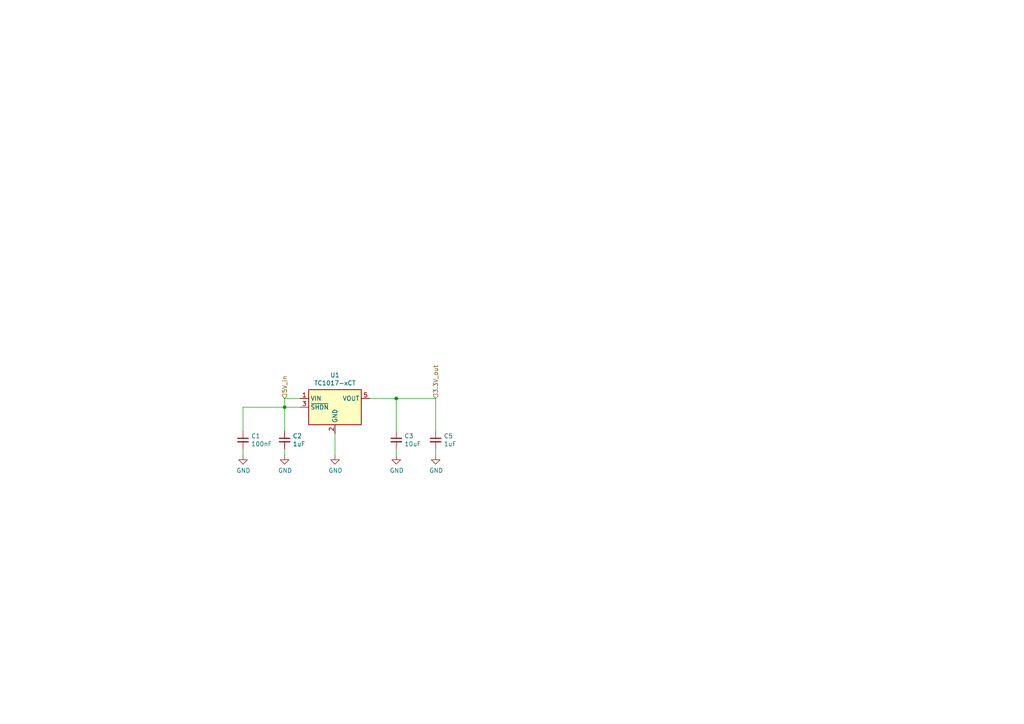
<source format=kicad_sch>
(kicad_sch (version 20211123) (generator eeschema)

  (uuid 97fe9c60-586f-4895-8504-4d3729f5f81a)

  (paper "A4")

  (lib_symbols
    (symbol "Device:C_Small" (pin_numbers hide) (pin_names (offset 0.254) hide) (in_bom yes) (on_board yes)
      (property "Reference" "C" (id 0) (at 0.254 1.778 0)
        (effects (font (size 1.27 1.27)) (justify left))
      )
      (property "Value" "C_Small" (id 1) (at 0.254 -2.032 0)
        (effects (font (size 1.27 1.27)) (justify left))
      )
      (property "Footprint" "" (id 2) (at 0 0 0)
        (effects (font (size 1.27 1.27)) hide)
      )
      (property "Datasheet" "~" (id 3) (at 0 0 0)
        (effects (font (size 1.27 1.27)) hide)
      )
      (property "ki_keywords" "capacitor cap" (id 4) (at 0 0 0)
        (effects (font (size 1.27 1.27)) hide)
      )
      (property "ki_description" "Unpolarized capacitor, small symbol" (id 5) (at 0 0 0)
        (effects (font (size 1.27 1.27)) hide)
      )
      (property "ki_fp_filters" "C_*" (id 6) (at 0 0 0)
        (effects (font (size 1.27 1.27)) hide)
      )
      (symbol "C_Small_0_1"
        (polyline
          (pts
            (xy -1.524 -0.508)
            (xy 1.524 -0.508)
          )
          (stroke (width 0.3302) (type default) (color 0 0 0 0))
          (fill (type none))
        )
        (polyline
          (pts
            (xy -1.524 0.508)
            (xy 1.524 0.508)
          )
          (stroke (width 0.3048) (type default) (color 0 0 0 0))
          (fill (type none))
        )
      )
      (symbol "C_Small_1_1"
        (pin passive line (at 0 2.54 270) (length 2.032)
          (name "~" (effects (font (size 1.27 1.27))))
          (number "1" (effects (font (size 1.27 1.27))))
        )
        (pin passive line (at 0 -2.54 90) (length 2.032)
          (name "~" (effects (font (size 1.27 1.27))))
          (number "2" (effects (font (size 1.27 1.27))))
        )
      )
    )
    (symbol "Regulator_Linear:TC1017-xCT" (in_bom yes) (on_board yes)
      (property "Reference" "U" (id 0) (at -6.35 6.35 0)
        (effects (font (size 1.27 1.27)) (justify left))
      )
      (property "Value" "TC1017-xCT" (id 1) (at 0 6.35 0)
        (effects (font (size 1.27 1.27)) (justify left))
      )
      (property "Footprint" "Package_TO_SOT_SMD:SOT-23-5" (id 2) (at -6.35 8.89 0)
        (effects (font (size 1.27 1.27) italic) (justify left) hide)
      )
      (property "Datasheet" "http://ww1.microchip.com/downloads/en/DeviceDoc/21813F.pdf" (id 3) (at 0 -2.54 0)
        (effects (font (size 1.27 1.27)) hide)
      )
      (property "ki_keywords" "LDO Linear Voltage Regulator" (id 4) (at 0 0 0)
        (effects (font (size 1.27 1.27)) hide)
      )
      (property "ki_description" "150mA, Tiny CMOS LDO With Shutdown, SOT-23-5" (id 5) (at 0 0 0)
        (effects (font (size 1.27 1.27)) hide)
      )
      (property "ki_fp_filters" "SOT?23*" (id 6) (at 0 0 0)
        (effects (font (size 1.27 1.27)) hide)
      )
      (symbol "TC1017-xCT_0_1"
        (rectangle (start -7.62 5.08) (end 7.62 -5.08)
          (stroke (width 0.254) (type default) (color 0 0 0 0))
          (fill (type background))
        )
      )
      (symbol "TC1017-xCT_1_1"
        (pin power_in line (at -10.16 2.54 0) (length 2.54)
          (name "VIN" (effects (font (size 1.27 1.27))))
          (number "1" (effects (font (size 1.27 1.27))))
        )
        (pin power_in line (at 0 -7.62 90) (length 2.54)
          (name "GND" (effects (font (size 1.27 1.27))))
          (number "2" (effects (font (size 1.27 1.27))))
        )
        (pin input line (at -10.16 0 0) (length 2.54)
          (name "~{SHDN}" (effects (font (size 1.27 1.27))))
          (number "3" (effects (font (size 1.27 1.27))))
        )
        (pin no_connect line (at 7.62 0 180) (length 2.54) hide
          (name "NC" (effects (font (size 1.27 1.27))))
          (number "4" (effects (font (size 1.27 1.27))))
        )
        (pin power_out line (at 10.16 2.54 180) (length 2.54)
          (name "VOUT" (effects (font (size 1.27 1.27))))
          (number "5" (effects (font (size 1.27 1.27))))
        )
      )
    )
    (symbol "power:GND" (power) (pin_names (offset 0)) (in_bom yes) (on_board yes)
      (property "Reference" "#PWR" (id 0) (at 0 -6.35 0)
        (effects (font (size 1.27 1.27)) hide)
      )
      (property "Value" "GND" (id 1) (at 0 -3.81 0)
        (effects (font (size 1.27 1.27)))
      )
      (property "Footprint" "" (id 2) (at 0 0 0)
        (effects (font (size 1.27 1.27)) hide)
      )
      (property "Datasheet" "" (id 3) (at 0 0 0)
        (effects (font (size 1.27 1.27)) hide)
      )
      (property "ki_keywords" "power-flag" (id 4) (at 0 0 0)
        (effects (font (size 1.27 1.27)) hide)
      )
      (property "ki_description" "Power symbol creates a global label with name \"GND\" , ground" (id 5) (at 0 0 0)
        (effects (font (size 1.27 1.27)) hide)
      )
      (symbol "GND_0_1"
        (polyline
          (pts
            (xy 0 0)
            (xy 0 -1.27)
            (xy 1.27 -1.27)
            (xy 0 -2.54)
            (xy -1.27 -1.27)
            (xy 0 -1.27)
          )
          (stroke (width 0) (type default) (color 0 0 0 0))
          (fill (type none))
        )
      )
      (symbol "GND_1_1"
        (pin power_in line (at 0 0 270) (length 0) hide
          (name "GND" (effects (font (size 1.27 1.27))))
          (number "1" (effects (font (size 1.27 1.27))))
        )
      )
    )
  )

  (junction (at 82.55 118.11) (diameter 0) (color 0 0 0 0)
    (uuid 3a7648d8-121a-4921-9b92-9b35b76ce39b)
  )
  (junction (at 114.935 115.57) (diameter 0) (color 0 0 0 0)
    (uuid 6bfe5804-2ef9-4c65-b2a7-f01e4014370a)
  )

  (wire (pts (xy 114.935 132.08) (xy 114.935 130.175))
    (stroke (width 0) (type default) (color 0 0 0 0))
    (uuid 0217dfc4-fc13-4699-99ad-d9948522648e)
  )
  (wire (pts (xy 82.55 125.095) (xy 82.55 118.11))
    (stroke (width 0) (type default) (color 0 0 0 0))
    (uuid 1d9cdadc-9036-4a95-b6db-fa7b3b74c869)
  )
  (wire (pts (xy 82.55 118.11) (xy 82.55 115.57))
    (stroke (width 0) (type default) (color 0 0 0 0))
    (uuid 31e08896-1992-4725-96d9-9d2728bca7a3)
  )
  (wire (pts (xy 82.55 132.08) (xy 82.55 130.175))
    (stroke (width 0) (type default) (color 0 0 0 0))
    (uuid 45008225-f50f-4d6b-b508-6730a9408caf)
  )
  (wire (pts (xy 114.935 115.57) (xy 126.365 115.57))
    (stroke (width 0) (type default) (color 0 0 0 0))
    (uuid 639c0e59-e95c-4114-bccd-2e7277505454)
  )
  (wire (pts (xy 97.155 132.08) (xy 97.155 125.73))
    (stroke (width 0) (type default) (color 0 0 0 0))
    (uuid 63ff1c93-3f96-4c33-b498-5dd8c33bccc0)
  )
  (wire (pts (xy 86.995 118.11) (xy 82.55 118.11))
    (stroke (width 0) (type default) (color 0 0 0 0))
    (uuid 6441b183-b8f2-458f-a23d-60e2b1f66dd6)
  )
  (wire (pts (xy 107.315 115.57) (xy 114.935 115.57))
    (stroke (width 0) (type default) (color 0 0 0 0))
    (uuid 852dabbf-de45-4470-8176-59d37a754407)
  )
  (wire (pts (xy 126.365 132.08) (xy 126.365 130.175))
    (stroke (width 0) (type default) (color 0 0 0 0))
    (uuid a15a7506-eae4-4933-84da-9ad754258706)
  )
  (wire (pts (xy 70.485 118.11) (xy 82.55 118.11))
    (stroke (width 0) (type default) (color 0 0 0 0))
    (uuid aca4de92-9c41-4c2b-9afa-540d02dafa1c)
  )
  (wire (pts (xy 86.995 115.57) (xy 82.55 115.57))
    (stroke (width 0) (type default) (color 0 0 0 0))
    (uuid b5352a33-563a-4ffe-a231-2e68fb54afa3)
  )
  (wire (pts (xy 114.935 125.095) (xy 114.935 115.57))
    (stroke (width 0) (type default) (color 0 0 0 0))
    (uuid c0eca5ed-bc5e-4618-9bcd-80945bea41ed)
  )
  (wire (pts (xy 126.365 115.57) (xy 126.365 125.095))
    (stroke (width 0) (type default) (color 0 0 0 0))
    (uuid d3c11c8f-a73d-4211-934b-a6da255728ad)
  )
  (wire (pts (xy 70.485 125.095) (xy 70.485 118.11))
    (stroke (width 0) (type default) (color 0 0 0 0))
    (uuid d7269d2a-b8c0-422d-8f25-f79ea31bf75e)
  )
  (wire (pts (xy 70.485 132.08) (xy 70.485 130.175))
    (stroke (width 0) (type default) (color 0 0 0 0))
    (uuid e8c50f1b-c316-4110-9cce-5c24c65a1eaa)
  )

  (hierarchical_label "3.3V_out" (shape input) (at 126.365 115.57 90)
    (effects (font (size 1.27 1.27)) (justify left))
    (uuid 03caada9-9e22-4e2d-9035-b15433dfbb17)
  )
  (hierarchical_label "5V_in" (shape input) (at 82.55 115.57 90)
    (effects (font (size 1.27 1.27)) (justify left))
    (uuid 8ca3e20d-bcc7-4c5e-9deb-562dfed9fecb)
  )

  (symbol (lib_id "Regulator_Linear:TC1017-xCT") (at 97.155 118.11 0) (unit 1)
    (in_bom yes) (on_board yes)
    (uuid 00000000-0000-0000-0000-000060bc600f)
    (property "Reference" "U1" (id 0) (at 97.155 108.7882 0))
    (property "Value" "TC1017-xCT" (id 1) (at 97.155 111.0996 0))
    (property "Footprint" "Package_TO_SOT_SMD:SOT-23-5" (id 2) (at 90.805 109.22 0)
      (effects (font (size 1.27 1.27) italic) (justify left) hide)
    )
    (property "Datasheet" "http://ww1.microchip.com/downloads/en/DeviceDoc/21813F.pdf" (id 3) (at 97.155 120.65 0)
      (effects (font (size 1.27 1.27)) hide)
    )
    (pin "1" (uuid 5c9bc151-e282-4405-8be4-f7b49b568fbb))
    (pin "2" (uuid 6f39ac71-504f-4657-8986-24ff4f2d032d))
    (pin "3" (uuid 6398af37-19f8-4769-a00f-fa5baf3c6ea5))
    (pin "4" (uuid 111a9cf1-58cb-4410-953d-499d23c85f0f))
    (pin "5" (uuid 8b65eba9-3370-4aa6-9c98-1579ce1acb40))
  )

  (symbol (lib_id "Device:C_Small") (at 82.55 127.635 0) (unit 1)
    (in_bom yes) (on_board yes)
    (uuid 00000000-0000-0000-0000-000060bc7848)
    (property "Reference" "C2" (id 0) (at 84.8868 126.4666 0)
      (effects (font (size 1.27 1.27)) (justify left))
    )
    (property "Value" "1uF" (id 1) (at 84.8868 128.778 0)
      (effects (font (size 1.27 1.27)) (justify left))
    )
    (property "Footprint" "Capacitor_SMD:C_0603_1608Metric" (id 2) (at 82.55 127.635 0)
      (effects (font (size 1.27 1.27)) hide)
    )
    (property "Datasheet" "~" (id 3) (at 82.55 127.635 0)
      (effects (font (size 1.27 1.27)) hide)
    )
    (pin "1" (uuid 09729d08-1f28-4989-9cd4-bba1484807dd))
    (pin "2" (uuid cc491dd0-75d7-453b-8180-488286eddce3))
  )

  (symbol (lib_id "Device:C_Small") (at 114.935 127.635 0) (unit 1)
    (in_bom yes) (on_board yes)
    (uuid 00000000-0000-0000-0000-000060bc7e7f)
    (property "Reference" "C3" (id 0) (at 117.2718 126.4666 0)
      (effects (font (size 1.27 1.27)) (justify left))
    )
    (property "Value" "10uF" (id 1) (at 117.2718 128.778 0)
      (effects (font (size 1.27 1.27)) (justify left))
    )
    (property "Footprint" "Capacitor_SMD:C_0603_1608Metric" (id 2) (at 114.935 127.635 0)
      (effects (font (size 1.27 1.27)) hide)
    )
    (property "Datasheet" "~" (id 3) (at 114.935 127.635 0)
      (effects (font (size 1.27 1.27)) hide)
    )
    (pin "1" (uuid d8affa4b-a166-4238-a3b0-d2323926cf7c))
    (pin "2" (uuid d8ac1e38-f7fc-48a8-b81a-fffadc8862d6))
  )

  (symbol (lib_id "power:GND") (at 97.155 132.08 0) (unit 1)
    (in_bom yes) (on_board yes)
    (uuid 00000000-0000-0000-0000-000060bc8866)
    (property "Reference" "#PWR0101" (id 0) (at 97.155 138.43 0)
      (effects (font (size 1.27 1.27)) hide)
    )
    (property "Value" "GND" (id 1) (at 97.282 136.4742 0))
    (property "Footprint" "" (id 2) (at 97.155 132.08 0)
      (effects (font (size 1.27 1.27)) hide)
    )
    (property "Datasheet" "" (id 3) (at 97.155 132.08 0)
      (effects (font (size 1.27 1.27)) hide)
    )
    (pin "1" (uuid 97fa9751-3b73-499b-9a68-82d7d05ad2e5))
  )

  (symbol (lib_id "power:GND") (at 114.935 132.08 0) (unit 1)
    (in_bom yes) (on_board yes)
    (uuid 00000000-0000-0000-0000-000060bc91d5)
    (property "Reference" "#PWR0102" (id 0) (at 114.935 138.43 0)
      (effects (font (size 1.27 1.27)) hide)
    )
    (property "Value" "GND" (id 1) (at 115.062 136.4742 0))
    (property "Footprint" "" (id 2) (at 114.935 132.08 0)
      (effects (font (size 1.27 1.27)) hide)
    )
    (property "Datasheet" "" (id 3) (at 114.935 132.08 0)
      (effects (font (size 1.27 1.27)) hide)
    )
    (pin "1" (uuid 5910a5fe-02d2-43c3-8275-719282a4fba5))
  )

  (symbol (lib_id "power:GND") (at 82.55 132.08 0) (unit 1)
    (in_bom yes) (on_board yes)
    (uuid 00000000-0000-0000-0000-000060bca536)
    (property "Reference" "#PWR0103" (id 0) (at 82.55 138.43 0)
      (effects (font (size 1.27 1.27)) hide)
    )
    (property "Value" "GND" (id 1) (at 82.677 136.4742 0))
    (property "Footprint" "" (id 2) (at 82.55 132.08 0)
      (effects (font (size 1.27 1.27)) hide)
    )
    (property "Datasheet" "" (id 3) (at 82.55 132.08 0)
      (effects (font (size 1.27 1.27)) hide)
    )
    (pin "1" (uuid 6a103bd6-36aa-42f7-a967-a4a89af92862))
  )

  (symbol (lib_id "Device:C_Small") (at 70.485 127.635 0) (unit 1)
    (in_bom yes) (on_board yes)
    (uuid 00000000-0000-0000-0000-000060bcbacc)
    (property "Reference" "C1" (id 0) (at 72.8218 126.4666 0)
      (effects (font (size 1.27 1.27)) (justify left))
    )
    (property "Value" "100nF" (id 1) (at 72.8218 128.778 0)
      (effects (font (size 1.27 1.27)) (justify left))
    )
    (property "Footprint" "Capacitor_SMD:C_0603_1608Metric" (id 2) (at 70.485 127.635 0)
      (effects (font (size 1.27 1.27)) hide)
    )
    (property "Datasheet" "~" (id 3) (at 70.485 127.635 0)
      (effects (font (size 1.27 1.27)) hide)
    )
    (pin "1" (uuid 3ea1333e-d76b-40ee-8057-84e14f958221))
    (pin "2" (uuid 66ce38a5-3641-4f0e-9fa8-d14d727e1a5f))
  )

  (symbol (lib_id "power:GND") (at 70.485 132.08 0) (unit 1)
    (in_bom yes) (on_board yes)
    (uuid 00000000-0000-0000-0000-000060bcbad2)
    (property "Reference" "#PWR0104" (id 0) (at 70.485 138.43 0)
      (effects (font (size 1.27 1.27)) hide)
    )
    (property "Value" "GND" (id 1) (at 70.612 136.4742 0))
    (property "Footprint" "" (id 2) (at 70.485 132.08 0)
      (effects (font (size 1.27 1.27)) hide)
    )
    (property "Datasheet" "" (id 3) (at 70.485 132.08 0)
      (effects (font (size 1.27 1.27)) hide)
    )
    (pin "1" (uuid 90f8ae13-d460-4d59-a508-d2373126cd3d))
  )

  (symbol (lib_id "Device:C_Small") (at 126.365 127.635 0) (unit 1)
    (in_bom yes) (on_board yes)
    (uuid 00000000-0000-0000-0000-000060bcd992)
    (property "Reference" "C5" (id 0) (at 128.7018 126.4666 0)
      (effects (font (size 1.27 1.27)) (justify left))
    )
    (property "Value" "1uF" (id 1) (at 128.7018 128.778 0)
      (effects (font (size 1.27 1.27)) (justify left))
    )
    (property "Footprint" "Capacitor_SMD:C_0603_1608Metric" (id 2) (at 126.365 127.635 0)
      (effects (font (size 1.27 1.27)) hide)
    )
    (property "Datasheet" "~" (id 3) (at 126.365 127.635 0)
      (effects (font (size 1.27 1.27)) hide)
    )
    (pin "1" (uuid 37855023-1391-4a46-a8e9-10be7d303c47))
    (pin "2" (uuid c88efbab-df65-4a67-afcb-07edd5c10b5a))
  )

  (symbol (lib_id "power:GND") (at 126.365 132.08 0) (unit 1)
    (in_bom yes) (on_board yes)
    (uuid 00000000-0000-0000-0000-000060bcd998)
    (property "Reference" "#PWR0105" (id 0) (at 126.365 138.43 0)
      (effects (font (size 1.27 1.27)) hide)
    )
    (property "Value" "GND" (id 1) (at 126.492 136.4742 0))
    (property "Footprint" "" (id 2) (at 126.365 132.08 0)
      (effects (font (size 1.27 1.27)) hide)
    )
    (property "Datasheet" "" (id 3) (at 126.365 132.08 0)
      (effects (font (size 1.27 1.27)) hide)
    )
    (pin "1" (uuid b3cd2555-d0dc-4bf7-ba6e-3df46436b38b))
  )
)

</source>
